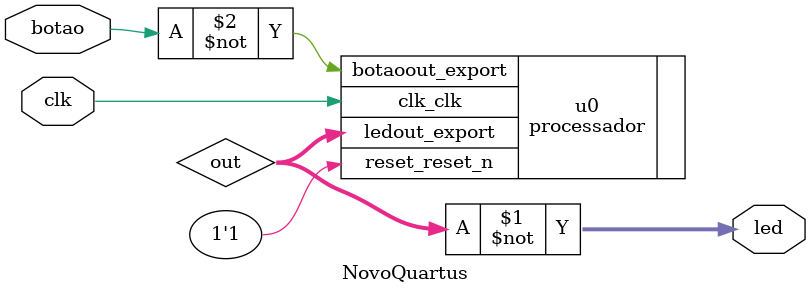
<source format=v>
module NovoQuartus (clk, botao, led);
input clk, botao;
output [3:0] led;
wire [3:0] out;
assign led = ~out;


 processador u0 (
        .clk_clk         (clk),         //      clk.clk
        .reset_reset_n   (1'b1),   //    reset.reset_n
        .ledout_export   (out),   //   ledout.export
        .botaoout_export (~botao)  // botaoout.export
    );

endmodule 
</source>
